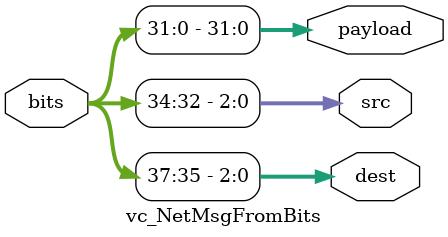
<source format=v>

`ifndef VC_NET_MSG_V
`define VC_NET_MSG_V


// Size of message

`define VC_NET_MSG_SZ( p_payload_sz, p_srcdest_sz )                      \
  p_payload_sz + ( 2 * p_srcdest_sz )

// Payload field

`define VC_NET_MSG_PAYLOAD_SZ( p_payload_sz, p_srcdest_sz )              \
  p_payload_sz

`define VC_NET_MSG_PAYLOAD_MSB( p_payload_sz, p_srcdest_sz )             \
  ( `VC_NET_MSG_PAYLOAD_SZ( p_payload_sz, p_srcdest_sz ) - 1 )

`define VC_NET_MSG_PAYLOAD_FIELD( p_payload_sz, p_srcdest_sz )           \
  ( `VC_NET_MSG_PAYLOAD_MSB( p_payload_sz, p_srcdest_sz ) ):             \
  0

// Source field

`define VC_NET_MSG_SRC_SZ( p_payload_sz, p_srcdest_sz )                  \
  p_srcdest_sz

`define VC_NET_MSG_SRC_MSB( p_payload_sz, p_srcdest_sz )                 \
  (   `VC_NET_MSG_PAYLOAD_MSB( p_payload_sz, p_srcdest_sz )              \
    + `VC_NET_MSG_SRC_SZ( p_payload_sz, p_srcdest_sz ) )

`define VC_NET_MSG_SRC_FIELD( p_payload_sz, p_srcdest_sz )               \
  ( `VC_NET_MSG_SRC_MSB( p_payload_sz, p_srcdest_sz ) ):                 \
  ( `VC_NET_MSG_PAYLOAD_MSB( p_payload_sz, p_srcdest_sz ) + 1 )

// Destination field

`define VC_NET_MSG_DEST_SZ( p_payload_sz, p_srcdest_sz )                 \
  p_srcdest_sz

`define VC_NET_MSG_DEST_MSB( p_payload_sz, p_srcdest_sz )                \
  (   `VC_NET_MSG_SRC_MSB( p_payload_sz, p_srcdest_sz )                  \
    + `VC_NET_MSG_DEST_SZ( p_payload_sz, p_srcdest_sz )   )

`define VC_NET_MSG_DEST_FIELD( p_payload_sz, p_srcdest_sz )              \
  ( `VC_NET_MSG_DEST_MSB( p_payload_sz, p_srcdest_sz ) ):                \
  ( `VC_NET_MSG_SRC_MSB( p_payload_sz, p_srcdest_sz ) + 1 )

// Used for printing NetMsg strings

`define VC_NET_MSG_STR_SZ ( 5 * 8 )

//-------------------------------------------------------------------------
// Convert message to bits
//-------------------------------------------------------------------------

module vc_NetMsgToBits
#(
  parameter p_payload_sz = 32,
  parameter p_srcdest_sz = 3
)
(
  // Input message

  input     [`VC_NET_MSG_DEST_SZ( p_payload_sz, p_srcdest_sz )-1:0] dest,
  input      [`VC_NET_MSG_SRC_SZ( p_payload_sz, p_srcdest_sz )-1:0] src,
  input [`VC_NET_MSG_PAYLOAD_SZ( p_payload_sz, p_src_dest_sz )-1:0] payload,

  // Output bits

  output [`VC_NET_MSG_SZ( p_payload_sz, p_srcdest_sz )-1:0] bits
);

  assign bits[`VC_NET_MSG_DEST_FIELD( p_payload_sz, p_srcdest_sz )]    = dest;
  assign bits[`VC_NET_MSG_SRC_FIELD( p_payload_sz, p_srcdest_sz )]     = src;
  assign bits[`VC_NET_MSG_PAYLOAD_FIELD( p_payload_sz, p_srcdest_sz )] = payload;

endmodule

//-------------------------------------------------------------------------
// Convert message from bits
//-------------------------------------------------------------------------

module vc_NetMsgFromBits
#(
  parameter p_payload_sz = 32,
  parameter p_srcdest_sz = 3
)
(
  // Input bits

  input  [`VC_NET_MSG_SZ( p_payload_sz, p_srcdest_sz )-1:0] bits,

  // Output message

  output    [`VC_NET_MSG_DEST_SZ( p_payload_sz, p_srcdest_sz )-1:0] dest,
  output     [`VC_NET_MSG_SRC_SZ( p_payload_sz, p_srcdest_sz )-1:0] src,
  output [`VC_NET_MSG_PAYLOAD_SZ( p_payload_sz, p_srcdest_sz )-1:0] payload
);

  assign dest    = bits[`VC_NET_MSG_DEST_FIELD( p_payload_sz, p_srcdest_sz )];
  assign src     = bits[`VC_NET_MSG_SRC_FIELD( p_payload_sz, p_srcdest_sz )];
  assign payload = bits[`VC_NET_MSG_PAYLOAD_FIELD( p_payload_sz, p_srcdest_sz )];

endmodule

//------------------------------------------------------------------------
// Convert message to string
//------------------------------------------------------------------------

`ifndef SYNTHESIS

module vc_NetMsgToStr
#(
  parameter p_payload_sz = 32,
  parameter p_srcdest_sz = 3
)
(
  input      [`VC_NET_MSG_SZ( p_payload_sz, p_srcdest_sz )-1:0] msg,
  output                               [`VC_NET_MSG_STR_SZ-1:0] str
);

  wire [7:0] ascii_lut[0:15];

  assign ascii_lut[ 0] = 8'd48;
  assign ascii_lut[ 1] = 8'd49;
  assign ascii_lut[ 2] = 8'd50;
  assign ascii_lut[ 3] = 8'd51;
  assign ascii_lut[ 4] = 8'd52;
  assign ascii_lut[ 5] = 8'd53;
  assign ascii_lut[ 6] = 8'd54;
  assign ascii_lut[ 7] = 8'd55;
  assign ascii_lut[ 8] = 8'd56;
  assign ascii_lut[ 9] = 8'd57;
  assign ascii_lut[10] = 8'd97;
  assign ascii_lut[11] = 8'd98;
  assign ascii_lut[12] = 8'd99;
  assign ascii_lut[13] = 8'd100;
  assign ascii_lut[14] = 8'd101;
  assign ascii_lut[15] = 8'd102;

  // Parse dest field

  wire [`VC_NET_MSG_DEST_SZ( p_payload_sz, p_srcdest_sz )-1:0] dest
    = msg[`VC_NET_MSG_DEST_FIELD( p_payload_sz, p_srcdest_sz )];

  // Always pad with 3 zeros at the front in case dest is less than 4 bits

  wire [`VC_NET_MSG_DEST_SZ( p_payload_sz, p_srcdest_sz )+2:0] dest_padded
    = { 3'b0, dest };

  // Parse src field

  wire [`VC_NET_MSG_SRC_SZ( p_payload_sz, p_srcdest_sz )-1:0] src
    = msg[`VC_NET_MSG_SRC_FIELD( p_payload_sz, p_srcdest_sz )];

  // Always pad with 3 zeros at the front in case src is less than 4 bits

  wire [`VC_NET_MSG_DEST_SZ( p_payload_sz, p_srcdest_sz )+2:0] src_padded
    = { 3'b0, src };

  // Parse payload field

  wire [`VC_NET_MSG_PAYLOAD_SZ( p_payload_sz, p_srcdest_sz )-1:0] payload
    = msg[`VC_NET_MSG_PAYLOAD_FIELD( p_payload_sz, p_srcdest_sz )];

  assign str = { ascii_lut[dest_padded[3:0]], ":", ascii_lut[src_padded[3:0]] };

endmodule

`endif /* SYNTHESIS */

`endif /* VC_NET_MSG_V */

</source>
